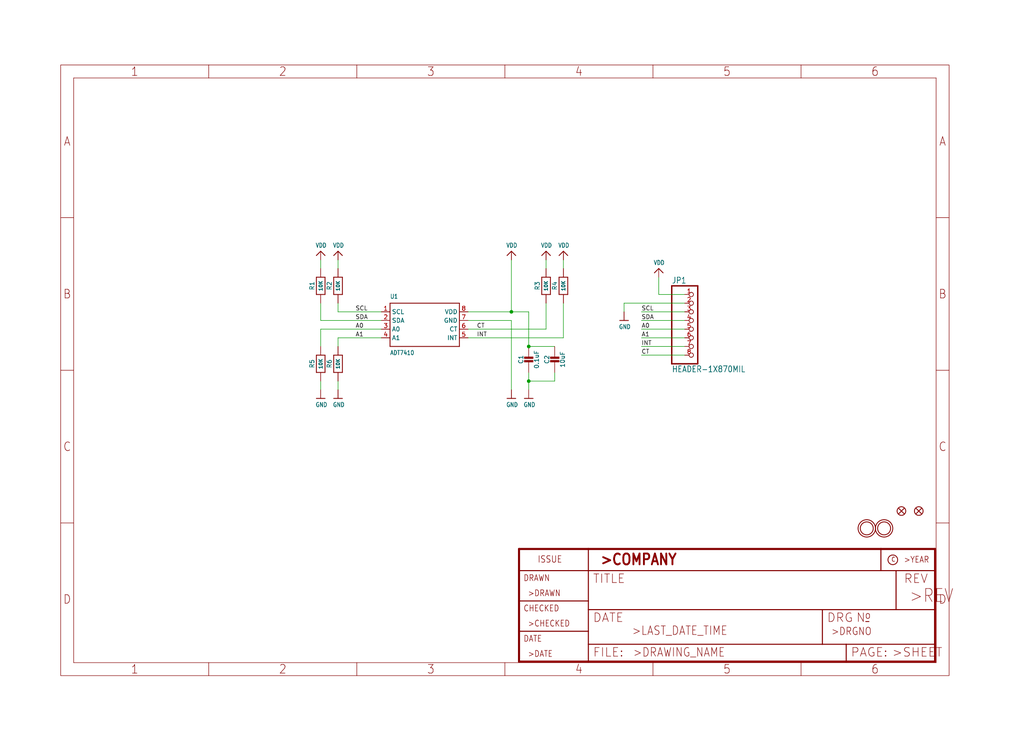
<source format=kicad_sch>
(kicad_sch (version 20211123) (generator eeschema)
  (paper "User" 300.076 217.881)
  (lib_symbols
    (symbol "eagleSchem-eagle-import:CAP_CERAMIC0603_NO"
      (property "Reference" "C" (at -2.29 1.25 90))
      (property "Value" "CAP_CERAMIC0603_NO" (at 2.3 1.25 90))
      (symbol "CAP_CERAMIC0603_NO_1_0"
        (rectangle (start -1.27 0.508) (end 1.27 1.016) (fill (type outline)))
        (rectangle (start -1.27 1.524) (end 1.27 2.032) (fill (type outline)))
        (polyline (pts (xy 0 0.762) (xy 0 0)) (stroke (width 0.1524)))
        (polyline (pts (xy 0 2.54) (xy 0 1.778)) (stroke (width 0.1524)))
        (pin passive line (at 0 5.08 270) (length 2.54) (name "1") (number "1"))
        (pin passive line (at 0 -2.54 90) (length 2.54) (name "2") (number "2"))
      )
    )
    (symbol "eagleSchem-eagle-import:CAP_CERAMIC0805-NOOUTLINE"
      (property "Reference" "C" (at -2.29 1.25 90))
      (property "Value" "CAP_CERAMIC0805-NOOUTLINE" (at 2.3 1.25 90))
      (symbol "CAP_CERAMIC0805-NOOUTLINE_1_0"
        (rectangle (start -1.27 0.508) (end 1.27 1.016) (fill (type outline)))
        (rectangle (start -1.27 1.524) (end 1.27 2.032) (fill (type outline)))
        (polyline (pts (xy 0 0.762) (xy 0 0)) (stroke (width 0.1524)))
        (polyline (pts (xy 0 2.54) (xy 0 1.778)) (stroke (width 0.1524)))
        (pin passive line (at 0 5.08 270) (length 2.54) (name "1") (number "1"))
        (pin passive line (at 0 -2.54 90) (length 2.54) (name "2") (number "2"))
      )
    )
    (symbol "eagleSchem-eagle-import:FIDUCIAL_1MM"
      (symbol "FIDUCIAL_1MM_1_0"
        (polyline (pts (xy -0.762 0.762) (xy 0.762 -0.762)) (stroke (width 0.254)))
        (polyline (pts (xy 0.762 0.762) (xy -0.762 -0.762)) (stroke (width 0.254)))
        (circle (center 0 0) (radius 1.27) (stroke (width 0.254)))
      )
    )
    (symbol "eagleSchem-eagle-import:FRAME_A4"
      (symbol "FRAME_A4_1_0"
        (polyline (pts (xy 0 44.7675) (xy 3.81 44.7675)))
        (polyline (pts (xy 0 89.535) (xy 3.81 89.535)))
        (polyline (pts (xy 0 134.3025) (xy 3.81 134.3025)))
        (polyline (pts (xy 3.81 3.81) (xy 3.81 175.26)))
        (polyline (pts (xy 43.3917 0) (xy 43.3917 3.81)))
        (polyline (pts (xy 43.3917 175.26) (xy 43.3917 179.07)))
        (polyline (pts (xy 86.7833 0) (xy 86.7833 3.81)))
        (polyline (pts (xy 86.7833 175.26) (xy 86.7833 179.07)))
        (polyline (pts (xy 130.175 0) (xy 130.175 3.81)))
        (polyline (pts (xy 130.175 175.26) (xy 130.175 179.07)))
        (polyline (pts (xy 173.5667 0) (xy 173.5667 3.81)))
        (polyline (pts (xy 173.5667 175.26) (xy 173.5667 179.07)))
        (polyline (pts (xy 216.9583 0) (xy 216.9583 3.81)))
        (polyline (pts (xy 216.9583 175.26) (xy 216.9583 179.07)))
        (polyline (pts (xy 256.54 3.81) (xy 3.81 3.81)))
        (polyline (pts (xy 256.54 3.81) (xy 256.54 8.89)) (stroke (width 0.1016)))
        (polyline (pts (xy 256.54 3.81) (xy 256.54 175.26)))
        (polyline (pts (xy 256.54 8.89) (xy 256.54 13.97)) (stroke (width 0.1016)))
        (polyline (pts (xy 256.54 13.97) (xy 256.54 19.05)) (stroke (width 0.1016)))
        (polyline (pts (xy 256.54 19.05) (xy 256.54 36.83)) (stroke (width 0.1016)))
        (polyline (pts (xy 256.54 44.7675) (xy 260.35 44.7675)))
        (polyline (pts (xy 256.54 89.535) (xy 260.35 89.535)))
        (polyline (pts (xy 256.54 134.3025) (xy 260.35 134.3025)))
        (polyline (pts (xy 256.54 175.26) (xy 3.81 175.26)))
        (polyline (pts (xy 0 0) (xy 260.35 0) (xy 260.35 179.07) (xy 0 179.07) (xy 0 0)))
        (text "1" (at 21.6958 1.905 0) (effects (font (size 2.54 2.286))))
        (text "1" (at 21.6958 177.165 0) (effects (font (size 2.54 2.286))))
        (text "2" (at 65.0875 1.905 0) (effects (font (size 2.54 2.286))))
        (text "2" (at 65.0875 177.165 0) (effects (font (size 2.54 2.286))))
        (text "3" (at 108.4792 1.905 0) (effects (font (size 2.54 2.286))))
        (text "3" (at 108.4792 177.165 0) (effects (font (size 2.54 2.286))))
        (text "4" (at 151.8708 1.905 0) (effects (font (size 2.54 2.286))))
        (text "4" (at 151.8708 177.165 0) (effects (font (size 2.54 2.286))))
        (text "5" (at 195.2625 1.905 0) (effects (font (size 2.54 2.286))))
        (text "5" (at 195.2625 177.165 0) (effects (font (size 2.54 2.286))))
        (text "6" (at 238.6542 1.905 0) (effects (font (size 2.54 2.286))))
        (text "6" (at 238.6542 177.165 0) (effects (font (size 2.54 2.286))))
        (text "A" (at 1.905 156.6863 0) (effects (font (size 2.54 2.286))))
        (text "A" (at 258.445 156.6863 0) (effects (font (size 2.54 2.286))))
        (text "B" (at 1.905 111.9188 0) (effects (font (size 2.54 2.286))))
        (text "B" (at 258.445 111.9188 0) (effects (font (size 2.54 2.286))))
        (text "C" (at 1.905 67.1513 0) (effects (font (size 2.54 2.286))))
        (text "C" (at 258.445 67.1513 0) (effects (font (size 2.54 2.286))))
        (text "D" (at 1.905 22.3838 0) (effects (font (size 2.54 2.286))))
        (text "D" (at 258.445 22.3838 0) (effects (font (size 2.54 2.286))))
      )
      (symbol "FRAME_A4_2_0"
        (polyline (pts (xy -0.3048 1.5748) (xy 20.0152 1.5748)) (stroke (width 0.6096)))
        (polyline (pts (xy -0.3048 10.4648) (xy -0.3048 1.5748)) (stroke (width 0.6096)))
        (polyline (pts (xy -0.3048 10.4648) (xy 20.0152 10.4648)) (stroke (width 0.3048)))
        (polyline (pts (xy -0.3048 19.3548) (xy -0.3048 10.4648)) (stroke (width 0.6096)))
        (polyline (pts (xy -0.3048 19.3548) (xy 20.0152 19.3548)) (stroke (width 0.3048)))
        (polyline (pts (xy -0.3048 28.2448) (xy -0.3048 19.3548)) (stroke (width 0.6096)))
        (polyline (pts (xy -0.3048 28.2448) (xy 20.0152 28.2448)) (stroke (width 0.3048)))
        (polyline (pts (xy -0.3048 34.5948) (xy -0.3048 28.2448)) (stroke (width 0.6096)))
        (polyline (pts (xy 20.0152 1.5748) (xy 20.0152 6.6548)) (stroke (width 0.3048)))
        (polyline (pts (xy 20.0152 1.5748) (xy 95.5802 1.5748)) (stroke (width 0.6096)))
        (polyline (pts (xy 20.0152 6.6548) (xy 20.0152 10.4648)) (stroke (width 0.3048)))
        (polyline (pts (xy 20.0152 6.6548) (xy 88.5952 6.6548)) (stroke (width 0.3048)))
        (polyline (pts (xy 20.0152 10.4648) (xy 20.0152 16.8148)) (stroke (width 0.3048)))
        (polyline (pts (xy 20.0152 16.8148) (xy 20.0152 19.3548)) (stroke (width 0.3048)))
        (polyline (pts (xy 20.0152 19.3548) (xy 20.0152 28.2448)) (stroke (width 0.3048)))
        (polyline (pts (xy 20.0152 28.2448) (xy 20.0152 34.5948)) (stroke (width 0.3048)))
        (polyline (pts (xy 20.0152 28.2448) (xy 105.7402 28.2448)) (stroke (width 0.3048)))
        (polyline (pts (xy 20.0152 34.5948) (xy -0.3048 34.5948)) (stroke (width 0.6096)))
        (polyline (pts (xy 88.5952 6.6548) (xy 95.5802 6.6548)) (stroke (width 0.3048)))
        (polyline (pts (xy 88.5952 16.8148) (xy 20.0152 16.8148)) (stroke (width 0.3048)))
        (polyline (pts (xy 88.5952 16.8148) (xy 88.5952 6.6548)) (stroke (width 0.3048)))
        (polyline (pts (xy 95.5802 1.5748) (xy 121.6152 1.5748)) (stroke (width 0.6096)))
        (polyline (pts (xy 95.5802 6.6548) (xy 95.5802 1.5748)) (stroke (width 0.3048)))
        (polyline (pts (xy 95.5802 6.6548) (xy 121.6152 6.6548)) (stroke (width 0.3048)))
        (polyline (pts (xy 101.2952 13.3223) (xy 102.2477 13.3223)) (stroke (width 0.254)))
        (polyline (pts (xy 105.7402 28.2448) (xy 105.7402 34.5948)) (stroke (width 0.3048)))
        (polyline (pts (xy 105.7402 28.2448) (xy 110.1852 28.2448)) (stroke (width 0.3048)))
        (polyline (pts (xy 105.7402 34.5948) (xy 20.0152 34.5948)) (stroke (width 0.6096)))
        (polyline (pts (xy 110.1852 16.8148) (xy 88.5952 16.8148)) (stroke (width 0.3048)))
        (polyline (pts (xy 110.1852 28.2448) (xy 110.1852 16.8148)) (stroke (width 0.3048)))
        (polyline (pts (xy 110.1852 28.2448) (xy 121.6152 28.2448)) (stroke (width 0.3048)))
        (polyline (pts (xy 121.6152 6.6548) (xy 121.6152 1.5748)) (stroke (width 0.6096)))
        (polyline (pts (xy 121.6152 16.8148) (xy 110.1852 16.8148)) (stroke (width 0.3048)))
        (polyline (pts (xy 121.6152 16.8148) (xy 121.6152 6.6548)) (stroke (width 0.6096)))
        (polyline (pts (xy 121.6152 28.2448) (xy 121.6152 16.8148)) (stroke (width 0.6096)))
        (polyline (pts (xy 121.6152 34.5948) (xy 105.7402 34.5948)) (stroke (width 0.6096)))
        (polyline (pts (xy 121.6152 34.5948) (xy 121.6152 28.2448)) (stroke (width 0.6096)))
        (circle (center 109.2327 31.4198) (radius 1.4199) (stroke (width 0.254)))
        (text ">CHECKED" (at 2.2352 11.7348 0) (effects (font (size 1.778 1.5113)) (justify left bottom)))
        (text ">COMPANY" (at 23.349 29.6735 0) (effects (font (size 3.175 2.6987) (thickness 0.5397) bold) (justify left bottom)))
        (text ">DATE" (at 2.2352 2.8448 0) (effects (font (size 1.778 1.5113)) (justify left bottom)))
        (text ">DRAWING_NAME" (at 33.0327 2.8448 0) (effects (font (size 2.54 2.159)) (justify left bottom)))
        (text ">DRAWN" (at 2.2352 20.6248 0) (effects (font (size 1.778 1.5113)) (justify left bottom)))
        (text ">DRGNO" (at 91.1352 9.1948 0) (effects (font (size 2.1844 1.8567)) (justify left bottom)))
        (text ">LAST_DATE_TIME" (at 32.7152 9.1948 0) (effects (font (size 2.54 2.159)) (justify left bottom)))
        (text ">REV" (at 113.9952 18.7198 0) (effects (font (size 3.81 3.2385)) (justify left bottom)))
        (text ">SHEET" (at 108.9152 2.8448 0) (effects (font (size 2.54 2.54)) (justify left bottom)))
        (text ">YEAR" (at 112.4077 30.4673 0) (effects (font (size 1.778 1.5113)) (justify left bottom)))
        (text "C" (at 108.7564 30.7848 0) (effects (font (size 1.27 1.0795)) (justify left bottom)))
        (text "CHECKED" (at 0.9652 16.1798 0) (effects (font (size 1.778 1.5113)) (justify left bottom)))
        (text "DATE" (at 0.9652 7.2898 0) (effects (font (size 1.778 1.5113)) (justify left bottom)))
        (text "DATE" (at 21.2852 13.0048 0) (effects (font (size 2.54 2.54)) (justify left bottom)))
        (text "DRAWN" (at 0.9652 25.0698 0) (effects (font (size 1.778 1.5113)) (justify left bottom)))
        (text "DRG" (at 89.8652 13.0048 0) (effects (font (size 2.54 2.54)) (justify left bottom)))
        (text "FILE:" (at 21.2852 2.8448 0) (effects (font (size 2.54 2.54)) (justify left bottom)))
        (text "ISSUE" (at 5.0927 30.4673 0) (effects (font (size 1.9304 1.6408)) (justify left bottom)))
        (text "N" (at 98.4377 13.0048 0) (effects (font (size 2.54 2.54)) (justify left bottom)))
        (text "o" (at 100.9777 13.9573 0) (effects (font (size 2.1844 1.8567)) (justify left bottom)))
        (text "PAGE:" (at 96.8502 2.8448 0) (effects (font (size 2.54 2.54)) (justify left bottom)))
        (text "REV" (at 112.4077 24.4348 0) (effects (font (size 2.54 2.54)) (justify left bottom)))
        (text "TITLE" (at 21.2852 24.4348 0) (effects (font (size 2.54 2.54)) (justify left bottom)))
      )
    )
    (symbol "eagleSchem-eagle-import:GND" (power)
      (property "Value" "GND" (at -1.524 -2.54 0))
      (symbol "GND_1_0"
        (polyline (pts (xy -1.27 0) (xy 1.27 0)) (stroke (width 0.254)))
        (pin power_in line (at 0 2.54 270) (length 2.54) (name "GND") (number "1"))
      )
    )
    (symbol "eagleSchem-eagle-import:HEADER-1X870MIL"
      (property "Reference" "JP" (at -6.35 13.335 0))
      (property "Value" "HEADER-1X870MIL" (at -6.35 -12.7 0))
      (symbol "HEADER-1X870MIL_1_0"
        (polyline (pts (xy -6.35 -10.16) (xy 1.27 -10.16)) (stroke (width 0.4064)))
        (polyline (pts (xy -6.35 12.7) (xy -6.35 -10.16)) (stroke (width 0.4064)))
        (polyline (pts (xy 1.27 -10.16) (xy 1.27 12.7)) (stroke (width 0.4064)))
        (polyline (pts (xy 1.27 12.7) (xy -6.35 12.7)) (stroke (width 0.4064)))
        (pin passive inverted (at -2.54 10.16 0) (length 2.54) (name "1") (number "1"))
        (pin passive inverted (at -2.54 7.62 0) (length 2.54) (name "2") (number "2"))
        (pin passive inverted (at -2.54 5.08 0) (length 2.54) (name "3") (number "3"))
        (pin passive inverted (at -2.54 2.54 0) (length 2.54) (name "4") (number "4"))
        (pin passive inverted (at -2.54 0 0) (length 2.54) (name "5") (number "5"))
        (pin passive inverted (at -2.54 -2.54 0) (length 2.54) (name "6") (number "6"))
        (pin passive inverted (at -2.54 -5.08 0) (length 2.54) (name "7") (number "7"))
        (pin passive inverted (at -2.54 -7.62 0) (length 2.54) (name "8") (number "8"))
      )
    )
    (symbol "eagleSchem-eagle-import:MOUNTINGHOLE2.0"
      (symbol "MOUNTINGHOLE2.0_1_0"
        (circle (center 0 0) (radius 1.905) (stroke (width 0.254)))
        (circle (center 0 0) (radius 2.54) (stroke (width 0.254)))
      )
    )
    (symbol "eagleSchem-eagle-import:RESISTOR_0603_NOOUT"
      (property "Reference" "R" (at 0 2.54 0))
      (property "Value" "RESISTOR_0603_NOOUT" (at 0 0 0))
      (symbol "RESISTOR_0603_NOOUT_1_0"
        (polyline (pts (xy -2.54 -1.27) (xy -2.54 1.27)) (stroke (width 0.254)))
        (polyline (pts (xy -2.54 1.27) (xy 2.54 1.27)) (stroke (width 0.254)))
        (polyline (pts (xy 2.54 -1.27) (xy -2.54 -1.27)) (stroke (width 0.254)))
        (polyline (pts (xy 2.54 1.27) (xy 2.54 -1.27)) (stroke (width 0.254)))
        (pin passive line (at -5.08 0 0) (length 2.54) (name "1") (number "1"))
        (pin passive line (at 5.08 0 180) (length 2.54) (name "2") (number "2"))
      )
    )
    (symbol "eagleSchem-eagle-import:TEMP_ADT7410"
      (property "Reference" "U" (at -10.16 8.89 0))
      (property "Value" "TEMP_ADT7410" (at -10.16 -7.62 0))
      (symbol "TEMP_ADT7410_1_0"
        (polyline (pts (xy -10.16 -5.08) (xy -10.16 7.62)) (stroke (width 0.254)))
        (polyline (pts (xy -10.16 7.62) (xy 10.16 7.62)) (stroke (width 0.254)))
        (polyline (pts (xy 10.16 -5.08) (xy -10.16 -5.08)) (stroke (width 0.254)))
        (polyline (pts (xy 10.16 7.62) (xy 10.16 -5.08)) (stroke (width 0.254)))
        (pin bidirectional line (at -12.7 5.08 0) (length 2.54) (name "SCL") (number "1"))
        (pin bidirectional line (at -12.7 2.54 0) (length 2.54) (name "SDA") (number "2"))
        (pin bidirectional line (at -12.7 0 0) (length 2.54) (name "A0") (number "3"))
        (pin bidirectional line (at -12.7 -2.54 0) (length 2.54) (name "A1") (number "4"))
        (pin bidirectional line (at 12.7 -2.54 180) (length 2.54) (name "INT") (number "5"))
        (pin bidirectional line (at 12.7 0 180) (length 2.54) (name "CT") (number "6"))
        (pin power_in line (at 12.7 2.54 180) (length 2.54) (name "GND") (number "7"))
        (pin power_in line (at 12.7 5.08 180) (length 2.54) (name "VDD") (number "8"))
      )
    )
    (symbol "eagleSchem-eagle-import:VDD" (power)
      (property "Value" "VDD" (at -1.524 1.016 0))
      (symbol "VDD_1_0"
        (polyline (pts (xy -1.27 -1.27) (xy 0 0)) (stroke (width 0.254)))
        (polyline (pts (xy 0 0) (xy 1.27 -1.27)) (stroke (width 0.254)))
        (pin power_in line (at 0 -2.54 90) (length 2.54) (name "VDD") (number "1"))
      )
    )
  )
  (junction (at 154.94 111.76))
  (junction (at 154.94 101.6))
  (junction (at 149.86 91.44))
  (wire (pts (xy 111.76 99.06) (xy 99.06 99.06)))
  (wire (pts (xy 160.02 78.74) (xy 160.02 76.2)))
  (wire (pts (xy 93.98 96.52) (xy 93.98 101.6)))
  (wire (pts (xy 137.16 93.98) (xy 149.86 93.98)))
  (wire (pts (xy 93.98 93.98) (xy 93.98 88.9)))
  (wire (pts (xy 137.16 96.52) (xy 160.02 96.52)))
  (wire (pts (xy 99.06 91.44) (xy 99.06 88.9)))
  (wire (pts (xy 162.56 111.76) (xy 162.56 109.22)))
  (wire (pts (xy 99.06 99.06) (xy 99.06 101.6)))
  (wire (pts (xy 93.98 111.76) (xy 93.98 114.3)))
  (wire (pts (xy 200.66 99.06) (xy 187.96 99.06)))
  (wire (pts (xy 154.94 91.44) (xy 154.94 101.6)))
  (wire (pts (xy 200.66 88.9) (xy 182.88 88.9)))
  (wire (pts (xy 154.94 111.76) (xy 162.56 111.76)))
  (wire (pts (xy 137.16 91.44) (xy 149.86 91.44)))
  (wire (pts (xy 111.76 91.44) (xy 99.06 91.44)))
  (wire (pts (xy 99.06 111.76) (xy 99.06 114.3)))
  (wire (pts (xy 182.88 88.9) (xy 182.88 91.44)))
  (wire (pts (xy 111.76 93.98) (xy 93.98 93.98)))
  (wire (pts (xy 200.66 96.52) (xy 187.96 96.52)))
  (wire (pts (xy 200.66 86.36) (xy 193.04 86.36)))
  (wire (pts (xy 137.16 99.06) (xy 165.1 99.06)))
  (wire (pts (xy 154.94 109.22) (xy 154.94 111.76)))
  (wire (pts (xy 165.1 76.2) (xy 165.1 78.74)))
  (wire (pts (xy 99.06 78.74) (xy 99.06 76.2)))
  (wire (pts (xy 162.56 101.6) (xy 154.94 101.6)))
  (wire (pts (xy 165.1 99.06) (xy 165.1 88.9)))
  (wire (pts (xy 200.66 91.44) (xy 187.96 91.44)))
  (wire (pts (xy 160.02 96.52) (xy 160.02 88.9)))
  (wire (pts (xy 149.86 91.44) (xy 149.86 76.2)))
  (wire (pts (xy 187.96 104.14) (xy 200.66 104.14)))
  (wire (pts (xy 200.66 93.98) (xy 187.96 93.98)))
  (wire (pts (xy 193.04 86.36) (xy 193.04 81.28)))
  (wire (pts (xy 187.96 101.6) (xy 200.66 101.6)))
  (wire (pts (xy 111.76 96.52) (xy 93.98 96.52)))
  (wire (pts (xy 154.94 111.76) (xy 154.94 114.3)))
  (wire (pts (xy 149.86 91.44) (xy 154.94 91.44)))
  (wire (pts (xy 149.86 93.98) (xy 149.86 114.3)))
  (wire (pts (xy 93.98 78.74) (xy 93.98 76.2)))
  (label "INT" (at 187.96 101.6 0) (effects (font (size 1.2446 1.2446))))
  (label "A1" (at 104.14 99.06 0) (effects (font (size 1.2446 1.2446))))
  (label "CT" (at 187.96 104.14 0) (effects (font (size 1.2446 1.2446))))
  (label "SDA" (at 187.96 93.98 0) (effects (font (size 1.2446 1.2446))))
  (label "A0" (at 187.96 96.52 0) (effects (font (size 1.2446 1.2446))))
  (label "INT" (at 139.7 99.06 0) (effects (font (size 1.2446 1.2446))))
  (label "A0" (at 104.14 96.52 0) (effects (font (size 1.2446 1.2446))))
  (label "A1" (at 187.96 99.06 0) (effects (font (size 1.2446 1.2446))))
  (label "SCL" (at 187.96 91.44 0) (effects (font (size 1.2446 1.2446))))
  (label "SCL" (at 104.14 91.44 0) (effects (font (size 1.2446 1.2446))))
  (label "SDA" (at 104.14 93.98 0) (effects (font (size 1.2446 1.2446))))
  (label "CT" (at 139.7 96.52 0) (effects (font (size 1.2446 1.2446))))
  (symbol (lib_id "eagleSchem-eagle-import:GND") (at 182.88 93.98 0) (unit 1)
    (property "Reference" "#U$15" (effects hide))
    (property "Value" "GND" (at 181.356 96.52 0) (effects (font (size 1.27 1.0795)) (justify left bottom)))
    (property "Footprint" "eagleSchem:" (effects hide))
  )
  (symbol (lib_id "eagleSchem-eagle-import:RESISTOR_0603_NOOUT") (at 160.02 83.82 90) (unit 1)
    (property "Reference" "R3" (at 157.48 83.82 0))
    (property "Value" "10K" (at 160.02 83.82 0) (effects (font (size 1.016 1.016) bold)))
    (property "Footprint" "eagleSchem:0603-NO" (effects hide))
  )
  (symbol (lib_id "eagleSchem-eagle-import:GND") (at 154.94 116.84 0) (unit 1)
    (property "Reference" "#U$12" (effects hide))
    (property "Value" "GND" (at 153.416 119.38 0) (effects (font (size 1.27 1.0795)) (justify left bottom)))
    (property "Footprint" "eagleSchem:" (effects hide))
  )
  (symbol (lib_id "eagleSchem-eagle-import:RESISTOR_0603_NOOUT") (at 99.06 106.68 90) (unit 1)
    (property "Reference" "R6" (at 96.52 106.68 0))
    (property "Value" "10K" (at 99.06 106.68 0) (effects (font (size 1.016 1.016) bold)))
    (property "Footprint" "eagleSchem:0603-NO" (effects hide))
  )
  (symbol (lib_id "eagleSchem-eagle-import:CAP_CERAMIC0805-NOOUTLINE") (at 162.56 106.68 0) (unit 1)
    (property "Reference" "C2" (at 160.27 105.43 90))
    (property "Value" "10uF" (at 164.86 105.43 90))
    (property "Footprint" "eagleSchem:0805-NO" (effects hide))
  )
  (symbol (lib_id "eagleSchem-eagle-import:FRAME_A4") (at 152.4 195.58 0) (unit 2)
    (property "Reference" "#FRAME1" (effects hide))
    (property "Value" "FRAME_A4" (effects hide))
    (property "Footprint" "eagleSchem:" (effects hide))
  )
  (symbol (lib_id "eagleSchem-eagle-import:VDD") (at 149.86 73.66 0) (unit 1)
    (property "Reference" "#U$5" (effects hide))
    (property "Value" "VDD" (at 148.336 72.644 0) (effects (font (size 1.27 1.0795)) (justify left bottom)))
    (property "Footprint" "eagleSchem:" (effects hide))
  )
  (symbol (lib_id "eagleSchem-eagle-import:MOUNTINGHOLE2.0") (at 259.08 154.94 0) (unit 1)
    (property "Reference" "U$3" (effects hide))
    (property "Value" "MOUNTINGHOLE2.0" (effects hide))
    (property "Footprint" "eagleSchem:MOUNTINGHOLE_2.0_PLATED" (effects hide))
  )
  (symbol (lib_id "eagleSchem-eagle-import:RESISTOR_0603_NOOUT") (at 99.06 83.82 90) (unit 1)
    (property "Reference" "R2" (at 96.52 83.82 0))
    (property "Value" "10K" (at 99.06 83.82 0) (effects (font (size 1.016 1.016) bold)))
    (property "Footprint" "eagleSchem:0603-NO" (effects hide))
  )
  (symbol (lib_id "eagleSchem-eagle-import:RESISTOR_0603_NOOUT") (at 93.98 83.82 90) (unit 1)
    (property "Reference" "R1" (at 91.44 83.82 0))
    (property "Value" "10K" (at 93.98 83.82 0) (effects (font (size 1.016 1.016) bold)))
    (property "Footprint" "eagleSchem:0603-NO" (effects hide))
  )
  (symbol (lib_id "eagleSchem-eagle-import:RESISTOR_0603_NOOUT") (at 165.1 83.82 90) (unit 1)
    (property "Reference" "R4" (at 162.56 83.82 0))
    (property "Value" "10K" (at 165.1 83.82 0) (effects (font (size 1.016 1.016) bold)))
    (property "Footprint" "eagleSchem:0603-NO" (effects hide))
  )
  (symbol (lib_id "eagleSchem-eagle-import:VDD") (at 99.06 73.66 0) (unit 1)
    (property "Reference" "#U$8" (effects hide))
    (property "Value" "VDD" (at 97.536 72.644 0) (effects (font (size 1.27 1.0795)) (justify left bottom)))
    (property "Footprint" "eagleSchem:" (effects hide))
  )
  (symbol (lib_id "eagleSchem-eagle-import:MOUNTINGHOLE2.0") (at 254 154.94 0) (unit 1)
    (property "Reference" "U$4" (effects hide))
    (property "Value" "MOUNTINGHOLE2.0" (effects hide))
    (property "Footprint" "eagleSchem:MOUNTINGHOLE_2.0_PLATED" (effects hide))
  )
  (symbol (lib_id "eagleSchem-eagle-import:FRAME_A4") (at 17.78 198.12 0) (unit 1)
    (property "Reference" "#FRAME1" (effects hide))
    (property "Value" "FRAME_A4" (effects hide))
    (property "Footprint" "eagleSchem:" (effects hide))
  )
  (symbol (lib_id "eagleSchem-eagle-import:FIDUCIAL_1MM") (at 269.24 149.86 0) (unit 1)
    (property "Reference" "FID1" (effects hide))
    (property "Value" "FIDUCIAL_1MM" (effects hide))
    (property "Footprint" "eagleSchem:FIDUCIAL_1MM" (effects hide))
  )
  (symbol (lib_id "eagleSchem-eagle-import:GND") (at 99.06 116.84 0) (unit 1)
    (property "Reference" "#U$14" (effects hide))
    (property "Value" "GND" (at 97.536 119.38 0) (effects (font (size 1.27 1.0795)) (justify left bottom)))
    (property "Footprint" "eagleSchem:" (effects hide))
  )
  (symbol (lib_id "eagleSchem-eagle-import:VDD") (at 193.04 78.74 0) (unit 1)
    (property "Reference" "#U$11" (effects hide))
    (property "Value" "VDD" (at 191.516 77.724 0) (effects (font (size 1.27 1.0795)) (justify left bottom)))
    (property "Footprint" "eagleSchem:" (effects hide))
  )
  (symbol (lib_id "eagleSchem-eagle-import:RESISTOR_0603_NOOUT") (at 93.98 106.68 90) (unit 1)
    (property "Reference" "R5" (at 91.44 106.68 0))
    (property "Value" "10K" (at 93.98 106.68 0) (effects (font (size 1.016 1.016) bold)))
    (property "Footprint" "eagleSchem:0603-NO" (effects hide))
  )
  (symbol (lib_id "eagleSchem-eagle-import:CAP_CERAMIC0603_NO") (at 154.94 106.68 0) (unit 1)
    (property "Reference" "C1" (at 152.65 105.43 90))
    (property "Value" "0.1uF" (at 157.24 105.43 90))
    (property "Footprint" "eagleSchem:0603-NO" (effects hide))
  )
  (symbol (lib_id "eagleSchem-eagle-import:GND") (at 93.98 116.84 0) (unit 1)
    (property "Reference" "#U$13" (effects hide))
    (property "Value" "GND" (at 92.456 119.38 0) (effects (font (size 1.27 1.0795)) (justify left bottom)))
    (property "Footprint" "eagleSchem:" (effects hide))
  )
  (symbol (lib_id "eagleSchem-eagle-import:VDD") (at 165.1 73.66 0) (unit 1)
    (property "Reference" "#U$7" (effects hide))
    (property "Value" "VDD" (at 163.576 72.644 0) (effects (font (size 1.27 1.0795)) (justify left bottom)))
    (property "Footprint" "eagleSchem:" (effects hide))
  )
  (symbol (lib_id "eagleSchem-eagle-import:GND") (at 149.86 116.84 0) (unit 1)
    (property "Reference" "#U$10" (effects hide))
    (property "Value" "GND" (at 148.336 119.38 0) (effects (font (size 1.27 1.0795)) (justify left bottom)))
    (property "Footprint" "eagleSchem:" (effects hide))
  )
  (symbol (lib_id "eagleSchem-eagle-import:VDD") (at 160.02 73.66 0) (unit 1)
    (property "Reference" "#U$6" (effects hide))
    (property "Value" "VDD" (at 158.496 72.644 0) (effects (font (size 1.27 1.0795)) (justify left bottom)))
    (property "Footprint" "eagleSchem:" (effects hide))
  )
  (symbol (lib_id "eagleSchem-eagle-import:HEADER-1X870MIL") (at 203.2 96.52 0) (unit 1)
    (property "Reference" "JP1" (at 196.85 83.185 0) (effects (font (size 1.778 1.5113)) (justify left bottom)))
    (property "Value" "HEADER-1X870MIL" (at 196.85 109.22 0) (effects (font (size 1.778 1.5113)) (justify left bottom)))
    (property "Footprint" "eagleSchem:1X08_ROUND_70" (effects hide))
  )
  (symbol (lib_id "eagleSchem-eagle-import:VDD") (at 93.98 73.66 0) (unit 1)
    (property "Reference" "#U$9" (effects hide))
    (property "Value" "VDD" (at 92.456 72.644 0) (effects (font (size 1.27 1.0795)) (justify left bottom)))
    (property "Footprint" "eagleSchem:" (effects hide))
  )
  (symbol (lib_id "eagleSchem-eagle-import:FIDUCIAL_1MM") (at 264.16 149.86 0) (unit 1)
    (property "Reference" "FID2" (effects hide))
    (property "Value" "FIDUCIAL_1MM" (effects hide))
    (property "Footprint" "eagleSchem:FIDUCIAL_1MM" (effects hide))
  )
  (symbol (lib_id "eagleSchem-eagle-import:TEMP_ADT7410") (at 124.46 96.52 0) (unit 1)
    (property "Reference" "U1" (at 114.3 87.63 0) (effects (font (size 1.27 1.0795)) (justify left bottom)))
    (property "Value" "ADT7410" (at 114.3 104.14 0) (effects (font (size 1.27 1.0795)) (justify left bottom)))
    (property "Footprint" "eagleSchem:SOIC8_150MIL" (effects hide))
  )
)
</source>
